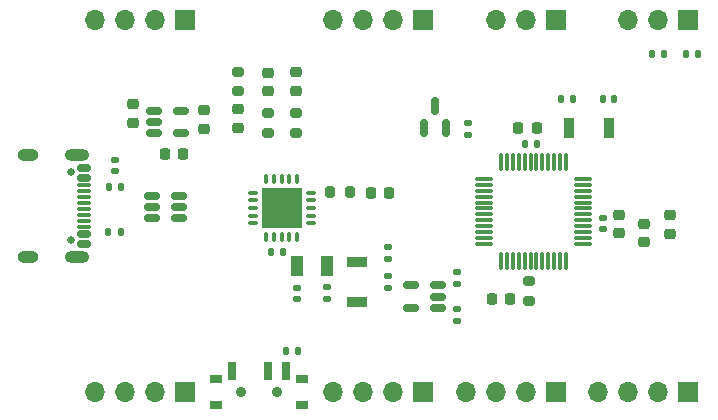
<source format=gbr>
%TF.GenerationSoftware,KiCad,Pcbnew,8.0.5*%
%TF.CreationDate,2024-12-16T18:06:57+02:00*%
%TF.ProjectId,TheXeric,54686558-6572-4696-932e-6b696361645f,1.0*%
%TF.SameCoordinates,Original*%
%TF.FileFunction,Soldermask,Top*%
%TF.FilePolarity,Negative*%
%FSLAX46Y46*%
G04 Gerber Fmt 4.6, Leading zero omitted, Abs format (unit mm)*
G04 Created by KiCad (PCBNEW 8.0.5) date 2024-12-16 18:06:57*
%MOMM*%
%LPD*%
G01*
G04 APERTURE LIST*
G04 Aperture macros list*
%AMRoundRect*
0 Rectangle with rounded corners*
0 $1 Rounding radius*
0 $2 $3 $4 $5 $6 $7 $8 $9 X,Y pos of 4 corners*
0 Add a 4 corners polygon primitive as box body*
4,1,4,$2,$3,$4,$5,$6,$7,$8,$9,$2,$3,0*
0 Add four circle primitives for the rounded corners*
1,1,$1+$1,$2,$3*
1,1,$1+$1,$4,$5*
1,1,$1+$1,$6,$7*
1,1,$1+$1,$8,$9*
0 Add four rect primitives between the rounded corners*
20,1,$1+$1,$2,$3,$4,$5,0*
20,1,$1+$1,$4,$5,$6,$7,0*
20,1,$1+$1,$6,$7,$8,$9,0*
20,1,$1+$1,$8,$9,$2,$3,0*%
G04 Aperture macros list end*
%ADD10RoundRect,0.225000X-0.250000X0.225000X-0.250000X-0.225000X0.250000X-0.225000X0.250000X0.225000X0*%
%ADD11R,1.700000X1.700000*%
%ADD12O,1.700000X1.700000*%
%ADD13RoundRect,0.225000X0.225000X0.250000X-0.225000X0.250000X-0.225000X-0.250000X0.225000X-0.250000X0*%
%ADD14RoundRect,0.200000X0.275000X-0.200000X0.275000X0.200000X-0.275000X0.200000X-0.275000X-0.200000X0*%
%ADD15RoundRect,0.147500X0.172500X-0.147500X0.172500X0.147500X-0.172500X0.147500X-0.172500X-0.147500X0*%
%ADD16RoundRect,0.135000X-0.135000X-0.185000X0.135000X-0.185000X0.135000X0.185000X-0.135000X0.185000X0*%
%ADD17RoundRect,0.075000X0.325000X0.075000X-0.325000X0.075000X-0.325000X-0.075000X0.325000X-0.075000X0*%
%ADD18RoundRect,0.075000X0.075000X0.325000X-0.075000X0.325000X-0.075000X-0.325000X0.075000X-0.325000X0*%
%ADD19R,3.350000X3.350000*%
%ADD20RoundRect,0.150000X0.512500X0.150000X-0.512500X0.150000X-0.512500X-0.150000X0.512500X-0.150000X0*%
%ADD21RoundRect,0.135000X0.185000X-0.135000X0.185000X0.135000X-0.185000X0.135000X-0.185000X-0.135000X0*%
%ADD22RoundRect,0.200000X-0.275000X0.200000X-0.275000X-0.200000X0.275000X-0.200000X0.275000X0.200000X0*%
%ADD23RoundRect,0.218750X0.256250X-0.218750X0.256250X0.218750X-0.256250X0.218750X-0.256250X-0.218750X0*%
%ADD24RoundRect,0.140000X0.170000X-0.140000X0.170000X0.140000X-0.170000X0.140000X-0.170000X-0.140000X0*%
%ADD25RoundRect,0.140000X-0.170000X0.140000X-0.170000X-0.140000X0.170000X-0.140000X0.170000X0.140000X0*%
%ADD26RoundRect,0.150000X-0.512500X-0.150000X0.512500X-0.150000X0.512500X0.150000X-0.512500X0.150000X0*%
%ADD27RoundRect,0.218750X0.218750X0.256250X-0.218750X0.256250X-0.218750X-0.256250X0.218750X-0.256250X0*%
%ADD28RoundRect,0.218750X-0.256250X0.218750X-0.256250X-0.218750X0.256250X-0.218750X0.256250X0.218750X0*%
%ADD29RoundRect,0.225000X0.250000X-0.225000X0.250000X0.225000X-0.250000X0.225000X-0.250000X-0.225000X0*%
%ADD30C,0.650000*%
%ADD31RoundRect,0.150000X-0.425000X0.150000X-0.425000X-0.150000X0.425000X-0.150000X0.425000X0.150000X0*%
%ADD32RoundRect,0.075000X-0.500000X0.075000X-0.500000X-0.075000X0.500000X-0.075000X0.500000X0.075000X0*%
%ADD33O,2.100000X1.000000*%
%ADD34O,1.800000X1.000000*%
%ADD35RoundRect,0.135000X-0.185000X0.135000X-0.185000X-0.135000X0.185000X-0.135000X0.185000X0.135000X0*%
%ADD36R,1.700000X0.900000*%
%ADD37RoundRect,0.135000X0.135000X0.185000X-0.135000X0.185000X-0.135000X-0.185000X0.135000X-0.185000X0*%
%ADD38RoundRect,0.200000X0.200000X0.275000X-0.200000X0.275000X-0.200000X-0.275000X0.200000X-0.275000X0*%
%ADD39RoundRect,0.140000X-0.140000X-0.170000X0.140000X-0.170000X0.140000X0.170000X-0.140000X0.170000X0*%
%ADD40RoundRect,0.140000X0.140000X0.170000X-0.140000X0.170000X-0.140000X-0.170000X0.140000X-0.170000X0*%
%ADD41RoundRect,0.150000X0.150000X-0.587500X0.150000X0.587500X-0.150000X0.587500X-0.150000X-0.587500X0*%
%ADD42RoundRect,0.075000X-0.662500X-0.075000X0.662500X-0.075000X0.662500X0.075000X-0.662500X0.075000X0*%
%ADD43RoundRect,0.075000X-0.075000X-0.662500X0.075000X-0.662500X0.075000X0.662500X-0.075000X0.662500X0*%
%ADD44R,0.900000X1.700000*%
%ADD45R,1.000000X0.800000*%
%ADD46C,0.900000*%
%ADD47R,0.700000X1.500000*%
%ADD48RoundRect,0.218750X-0.218750X-0.256250X0.218750X-0.256250X0.218750X0.256250X-0.218750X0.256250X0*%
%ADD49R,1.000000X1.800000*%
G04 APERTURE END LIST*
D10*
%TO.C,C5*%
X121010000Y-85985000D03*
X121010000Y-87535000D03*
%TD*%
D11*
%TO.C,J3*%
X125410000Y-110340000D03*
D12*
X122870000Y-110340000D03*
X120330000Y-110340000D03*
X117790000Y-110340000D03*
%TD*%
D13*
%TO.C,C8*%
X155175000Y-87970000D03*
X153625000Y-87970000D03*
%TD*%
%TO.C,C6*%
X125235000Y-90162500D03*
X123685000Y-90162500D03*
%TD*%
D14*
%TO.C,R4*%
X129870000Y-84887500D03*
X129870000Y-83237500D03*
%TD*%
D15*
%TO.C,F1*%
X119440000Y-91645000D03*
X119440000Y-90675000D03*
%TD*%
D16*
%TO.C,R7*%
X118930000Y-92950000D03*
X119950000Y-92950000D03*
%TD*%
D17*
%TO.C,U5*%
X136030000Y-96080000D03*
X136030000Y-95430000D03*
X136030000Y-94780000D03*
X136030000Y-94130000D03*
X136030000Y-93480000D03*
D18*
X134880000Y-92330000D03*
X134230000Y-92330000D03*
X133580000Y-92330000D03*
X132930000Y-92330000D03*
X132280000Y-92330000D03*
D17*
X131130000Y-93480000D03*
X131130000Y-94130000D03*
X131130000Y-94780000D03*
X131130000Y-95430000D03*
X131130000Y-96080000D03*
D18*
X132280000Y-97230000D03*
X132930000Y-97230000D03*
X133580000Y-97230000D03*
X134230000Y-97230000D03*
X134880000Y-97230000D03*
D19*
X133580000Y-94780000D03*
%TD*%
D20*
%TO.C,U4*%
X146827500Y-103220000D03*
X146827500Y-102270000D03*
X146827500Y-101320000D03*
X144552500Y-101320000D03*
X144552500Y-103220000D03*
%TD*%
D21*
%TO.C,R10*%
X142560000Y-99050000D03*
X142560000Y-98030000D03*
%TD*%
D22*
%TO.C,R5*%
X132440000Y-86760000D03*
X132440000Y-88410000D03*
%TD*%
D23*
%TO.C,FB1*%
X164280000Y-97687500D03*
X164280000Y-96112500D03*
%TD*%
D24*
%TO.C,C9*%
X160790000Y-96540000D03*
X160790000Y-95580000D03*
%TD*%
D25*
%TO.C,C2*%
X134900000Y-101520000D03*
X134900000Y-102480000D03*
%TD*%
D26*
%TO.C,U1*%
X122612500Y-93727500D03*
X122612500Y-94677500D03*
X122612500Y-95627500D03*
X124887500Y-95627500D03*
X124887500Y-94677500D03*
X124887500Y-93727500D03*
%TD*%
D11*
%TO.C,J9*%
X156760000Y-78860000D03*
D12*
X154220000Y-78860000D03*
X151680000Y-78860000D03*
%TD*%
D21*
%TO.C,R15*%
X148440000Y-104310000D03*
X148440000Y-103290000D03*
%TD*%
D27*
%TO.C,D6*%
X142685000Y-93470000D03*
X141110000Y-93470000D03*
%TD*%
D28*
%TO.C,D3*%
X132425000Y-83327500D03*
X132425000Y-84902500D03*
%TD*%
D16*
%TO.C,R12*%
X167770000Y-81760000D03*
X168790000Y-81760000D03*
%TD*%
D29*
%TO.C,C11*%
X166420000Y-96935000D03*
X166420000Y-95385000D03*
%TD*%
D11*
%TO.C,J4*%
X167990000Y-78860000D03*
D12*
X165450000Y-78860000D03*
X162910000Y-78860000D03*
%TD*%
D11*
%TO.C,J8*%
X145510000Y-78860000D03*
D12*
X142970000Y-78860000D03*
X140430000Y-78860000D03*
X137890000Y-78860000D03*
%TD*%
D25*
%TO.C,C1*%
X142580000Y-100540000D03*
X142580000Y-101500000D03*
%TD*%
D30*
%TO.C,J1*%
X115755000Y-91710000D03*
X115755000Y-97490000D03*
D31*
X116830000Y-91400000D03*
X116830000Y-92200000D03*
D32*
X116830000Y-93350000D03*
X116830000Y-94350000D03*
X116830000Y-94850000D03*
X116830000Y-95850000D03*
D31*
X116830000Y-97000000D03*
X116830000Y-97800000D03*
X116830000Y-97800000D03*
X116830000Y-97000000D03*
D32*
X116830000Y-96350000D03*
X116830000Y-95350000D03*
X116830000Y-93850000D03*
X116830000Y-92850000D03*
D31*
X116830000Y-92200000D03*
X116830000Y-91400000D03*
D33*
X116255000Y-90280000D03*
D34*
X112075000Y-90280000D03*
D33*
X116255000Y-98920000D03*
D34*
X112075000Y-98920000D03*
%TD*%
D35*
%TO.C,R14*%
X148420000Y-100150000D03*
X148420000Y-101170000D03*
%TD*%
D36*
%TO.C,SW2*%
X139920000Y-99300000D03*
X139920000Y-102700000D03*
%TD*%
D23*
%TO.C,D1*%
X129880000Y-87970000D03*
X129880000Y-86395000D03*
%TD*%
D37*
%TO.C,R13*%
X165970000Y-81740000D03*
X164950000Y-81740000D03*
%TD*%
D35*
%TO.C,R2*%
X149320000Y-87590000D03*
X149320000Y-88610000D03*
%TD*%
D28*
%TO.C,D4*%
X134780000Y-83283750D03*
X134780000Y-84858750D03*
%TD*%
D38*
%TO.C,R8*%
X139325000Y-93450000D03*
X137675000Y-93450000D03*
%TD*%
D28*
%TO.C,L1*%
X127010000Y-86472500D03*
X127010000Y-88047500D03*
%TD*%
D16*
%TO.C,R9*%
X118910000Y-96780000D03*
X119930000Y-96780000D03*
%TD*%
D14*
%TO.C,R3*%
X154520000Y-102635000D03*
X154520000Y-100985000D03*
%TD*%
D26*
%TO.C,U6*%
X122772500Y-86520000D03*
X122772500Y-87470000D03*
X122772500Y-88420000D03*
X125047500Y-88420000D03*
X125047500Y-86520000D03*
%TD*%
D39*
%TO.C,C4*%
X160790000Y-85510000D03*
X161750000Y-85510000D03*
%TD*%
D11*
%TO.C,J6*%
X145510000Y-110340000D03*
D12*
X142970000Y-110340000D03*
X140430000Y-110340000D03*
X137890000Y-110340000D03*
%TD*%
D40*
%TO.C,C12*%
X133650000Y-98460000D03*
X132690000Y-98460000D03*
%TD*%
D41*
%TO.C,U3*%
X145630000Y-87985000D03*
X147530000Y-87985000D03*
X146580000Y-86110000D03*
%TD*%
D37*
%TO.C,R11*%
X158260000Y-85530000D03*
X157240000Y-85530000D03*
%TD*%
D11*
%TO.C,J2*%
X125410000Y-78860000D03*
D12*
X122870000Y-78860000D03*
X120330000Y-78860000D03*
X117790000Y-78860000D03*
%TD*%
D42*
%TO.C,U2*%
X150737500Y-92307500D03*
X150737500Y-92807500D03*
X150737500Y-93307500D03*
X150737500Y-93807500D03*
X150737500Y-94307500D03*
X150737500Y-94807500D03*
X150737500Y-95307500D03*
X150737500Y-95807500D03*
X150737500Y-96307500D03*
X150737500Y-96807500D03*
X150737500Y-97307500D03*
X150737500Y-97807500D03*
D43*
X152150000Y-99220000D03*
X152650000Y-99220000D03*
X153150000Y-99220000D03*
X153650000Y-99220000D03*
X154150000Y-99220000D03*
X154650000Y-99220000D03*
X155150000Y-99220000D03*
X155650000Y-99220000D03*
X156150000Y-99220000D03*
X156650000Y-99220000D03*
X157150000Y-99220000D03*
X157650000Y-99220000D03*
D42*
X159062500Y-97807500D03*
X159062500Y-97307500D03*
X159062500Y-96807500D03*
X159062500Y-96307500D03*
X159062500Y-95807500D03*
X159062500Y-95307500D03*
X159062500Y-94807500D03*
X159062500Y-94307500D03*
X159062500Y-93807500D03*
X159062500Y-93307500D03*
X159062500Y-92807500D03*
X159062500Y-92307500D03*
D43*
X157650000Y-90895000D03*
X157150000Y-90895000D03*
X156650000Y-90895000D03*
X156150000Y-90895000D03*
X155650000Y-90895000D03*
X155150000Y-90895000D03*
X154650000Y-90895000D03*
X154150000Y-90895000D03*
X153650000Y-90895000D03*
X153150000Y-90895000D03*
X152650000Y-90895000D03*
X152150000Y-90895000D03*
%TD*%
D22*
%TO.C,R6*%
X134775000Y-86766250D03*
X134775000Y-88416250D03*
%TD*%
D11*
%TO.C,J7*%
X156760000Y-110340000D03*
D12*
X154220000Y-110340000D03*
X151680000Y-110340000D03*
X149140000Y-110340000D03*
%TD*%
D44*
%TO.C,SW3*%
X157900000Y-87980000D03*
X161300000Y-87980000D03*
%TD*%
D16*
%TO.C,R1*%
X133910000Y-106840000D03*
X134930000Y-106840000D03*
%TD*%
D25*
%TO.C,C3*%
X137430000Y-101480000D03*
X137430000Y-102440000D03*
%TD*%
D29*
%TO.C,C10*%
X162120000Y-96905000D03*
X162120000Y-95355000D03*
%TD*%
D11*
%TO.C,J5*%
X167990000Y-110340000D03*
D12*
X165450000Y-110340000D03*
X162910000Y-110340000D03*
X160370000Y-110340000D03*
%TD*%
D45*
%TO.C,SW1*%
X128010000Y-109260000D03*
X128010000Y-111470000D03*
D46*
X130160000Y-110370000D03*
X133160000Y-110370000D03*
D45*
X135310000Y-109260000D03*
X135310000Y-111470000D03*
D47*
X129410000Y-108610000D03*
X132410000Y-108610000D03*
X133910000Y-108610000D03*
%TD*%
D40*
%TO.C,C7*%
X155160000Y-89330000D03*
X154200000Y-89330000D03*
%TD*%
D48*
%TO.C,D2*%
X151342500Y-102450000D03*
X152917500Y-102450000D03*
%TD*%
D49*
%TO.C,Y1*%
X134910000Y-99720000D03*
X137410000Y-99720000D03*
%TD*%
M02*

</source>
